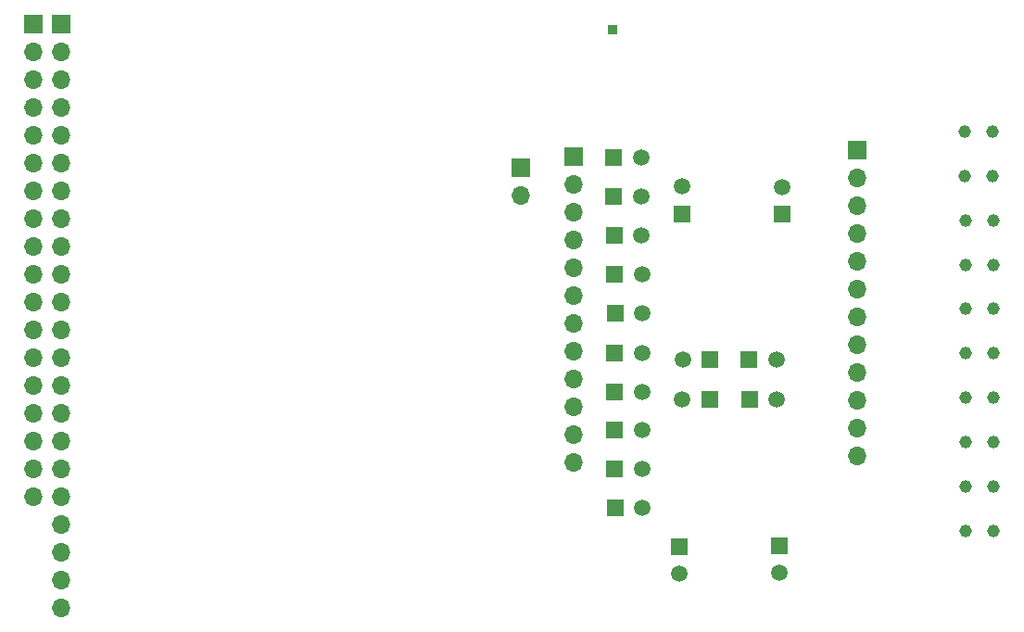
<source format=gbr>
%TF.GenerationSoftware,KiCad,Pcbnew,8.0.2*%
%TF.CreationDate,2024-12-22T13:37:02+01:00*%
%TF.ProjectId,FT25_AMS_Slave,46543235-5f41-44d5-935f-536c6176652e,rev?*%
%TF.SameCoordinates,Original*%
%TF.FileFunction,Soldermask,Bot*%
%TF.FilePolarity,Negative*%
%FSLAX46Y46*%
G04 Gerber Fmt 4.6, Leading zero omitted, Abs format (unit mm)*
G04 Created by KiCad (PCBNEW 8.0.2) date 2024-12-22 13:37:02*
%MOMM*%
%LPD*%
G01*
G04 APERTURE LIST*
%ADD10R,1.700000X1.700000*%
%ADD11O,1.700000X1.700000*%
%ADD12R,1.500000X1.500000*%
%ADD13C,1.500000*%
%ADD14C,1.173000*%
%ADD15C,0.100000*%
%ADD16R,0.850000X0.850000*%
G04 APERTURE END LIST*
D10*
%TO.C,J1*%
X101047500Y-69805000D03*
D11*
X101047500Y-72345000D03*
X101047500Y-74885000D03*
X101047500Y-77425000D03*
X101047500Y-79965000D03*
X101047500Y-82505000D03*
X101047500Y-85045000D03*
X101047500Y-87585000D03*
X101047500Y-90125000D03*
X101047500Y-92665000D03*
X101047500Y-95205000D03*
X101047500Y-97745000D03*
X101047500Y-100285000D03*
X101047500Y-102825000D03*
X101047500Y-105365000D03*
X101047500Y-107905000D03*
X101047500Y-110445000D03*
X101047500Y-112985000D03*
X101047500Y-115525000D03*
X101047500Y-118065000D03*
X101047500Y-120605000D03*
X101047500Y-123145000D03*
%TD*%
D12*
%TO.C,TP11*%
X151570000Y-103405000D03*
D13*
X154070000Y-103405000D03*
%TD*%
D12*
%TO.C,TP1*%
X160290000Y-100520000D03*
D13*
X157790000Y-100520000D03*
%TD*%
D12*
%TO.C,TP13*%
X151590000Y-110495000D03*
D13*
X154090000Y-110495000D03*
%TD*%
D12*
%TO.C,TP6*%
X151540000Y-89125000D03*
D13*
X154040000Y-89125000D03*
%TD*%
D14*
%TO.C,TH1*%
X183595000Y-79690000D03*
X186135000Y-79690000D03*
%TD*%
%TO.C,TH10*%
X183680000Y-99910000D03*
X186220000Y-99910000D03*
%TD*%
D12*
%TO.C,TP9*%
X151580000Y-99855000D03*
D13*
X154080000Y-99855000D03*
%TD*%
D14*
%TO.C,TH3*%
X183660000Y-103980000D03*
X186200000Y-103980000D03*
%TD*%
%TO.C,TH6*%
X183670000Y-95860000D03*
X186210000Y-95860000D03*
%TD*%
D15*
%TO.C,*%
X170560000Y-89190000D03*
%TD*%
D12*
%TO.C,TP18*%
X157460000Y-117560000D03*
D13*
X157460000Y-120060000D03*
%TD*%
D12*
%TO.C,TP2*%
X163870000Y-100520000D03*
D13*
X166370000Y-100520000D03*
%TD*%
D12*
%TO.C,TP4*%
X160250000Y-104140000D03*
D13*
X157750000Y-104140000D03*
%TD*%
D12*
%TO.C,TP10*%
X151510000Y-81985000D03*
D13*
X154010000Y-81985000D03*
%TD*%
D16*
%TO.C,J4*%
X151410000Y-70340000D03*
%TD*%
D12*
%TO.C,TP8*%
X151510000Y-85565000D03*
D13*
X154010000Y-85565000D03*
%TD*%
D12*
%TO.C,TP16*%
X166920000Y-87190000D03*
D13*
X166920000Y-84690000D03*
%TD*%
D10*
%TO.C,J5*%
X147830000Y-81970000D03*
D11*
X147830000Y-84510000D03*
X147830000Y-87050000D03*
X147830000Y-89590000D03*
X147830000Y-92130000D03*
X147830000Y-94670000D03*
X147830000Y-97210000D03*
X147830000Y-99750000D03*
X147830000Y-102290000D03*
X147830000Y-104830000D03*
X147830000Y-107370000D03*
X147830000Y-109910000D03*
%TD*%
D15*
%TO.C,*%
X170560000Y-107310000D03*
%TD*%
D10*
%TO.C,J2*%
X143030000Y-82965000D03*
D11*
X143030000Y-85505000D03*
%TD*%
D14*
%TO.C,TH8*%
X183650000Y-108030000D03*
X186190000Y-108030000D03*
%TD*%
D15*
%TO.C,*%
X170560000Y-88310000D03*
%TD*%
D14*
%TO.C,TH2*%
X183675000Y-91840000D03*
X186215000Y-91840000D03*
%TD*%
D10*
%TO.C,J3*%
X98507500Y-69805000D03*
D11*
X98507500Y-72345000D03*
X98507500Y-74885000D03*
X98507500Y-77425000D03*
X98507500Y-79965000D03*
X98507500Y-82505000D03*
X98507500Y-85045000D03*
X98507500Y-87585000D03*
X98507500Y-90125000D03*
X98507500Y-92665000D03*
X98507500Y-95205000D03*
X98507500Y-97745000D03*
X98507500Y-100285000D03*
X98507500Y-102825000D03*
X98507500Y-105365000D03*
X98507500Y-107905000D03*
X98507500Y-110445000D03*
X98507500Y-112985000D03*
%TD*%
D12*
%TO.C,TP17*%
X166630000Y-117470000D03*
D13*
X166630000Y-119970000D03*
%TD*%
D12*
%TO.C,TP14*%
X151610000Y-114015000D03*
D13*
X154110000Y-114015000D03*
%TD*%
D12*
%TO.C,TP12*%
X151570000Y-106955000D03*
D13*
X154070000Y-106955000D03*
%TD*%
D12*
%TO.C,TP7*%
X151610000Y-96235000D03*
D13*
X154110000Y-96235000D03*
%TD*%
D14*
%TO.C,TH5*%
X183605000Y-83730000D03*
X186145000Y-83730000D03*
%TD*%
%TO.C,TH4*%
X183660000Y-112080000D03*
X186200000Y-112080000D03*
%TD*%
%TO.C,TH9*%
X183655000Y-87770000D03*
X186195000Y-87770000D03*
%TD*%
D15*
%TO.C,*%
X170530000Y-108200000D03*
%TD*%
D12*
%TO.C,TP5*%
X151580000Y-92685000D03*
D13*
X154080000Y-92685000D03*
%TD*%
D15*
%TO.C,*%
X170560000Y-87460000D03*
%TD*%
D12*
%TO.C,TP3*%
X163920000Y-104130000D03*
D13*
X166420000Y-104130000D03*
%TD*%
D15*
%TO.C,*%
X170550000Y-109190000D03*
%TD*%
D12*
%TO.C,TP15*%
X157770000Y-87160000D03*
D13*
X157770000Y-84660000D03*
%TD*%
D14*
%TO.C,TH7*%
X183660000Y-116130000D03*
X186200000Y-116130000D03*
%TD*%
D10*
%TO.C,J16*%
X173745000Y-81330000D03*
D11*
X173745000Y-83870000D03*
X173745000Y-86410000D03*
X173745000Y-88950000D03*
X173745000Y-91490000D03*
X173745000Y-94030000D03*
X173745000Y-96570000D03*
X173745000Y-99110000D03*
X173745000Y-101650000D03*
X173745000Y-104190000D03*
X173745000Y-106730000D03*
X173745000Y-109270000D03*
%TD*%
M02*

</source>
